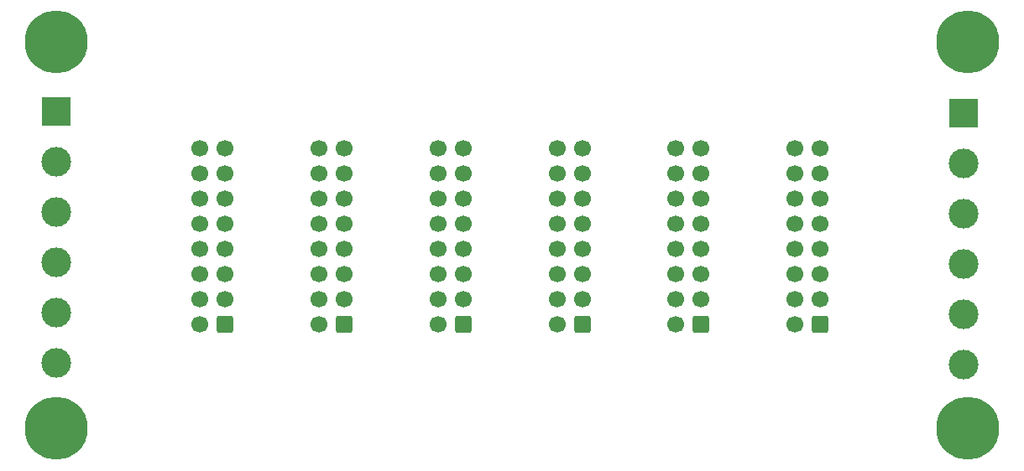
<source format=gts>
%TF.GenerationSoftware,KiCad,Pcbnew,(7.0.0)*%
%TF.CreationDate,2023-02-19T17:39:00-05:00*%
%TF.ProjectId,ER-PWR-01,45522d50-5752-42d3-9031-2e6b69636164,rev?*%
%TF.SameCoordinates,Original*%
%TF.FileFunction,Soldermask,Top*%
%TF.FilePolarity,Negative*%
%FSLAX46Y46*%
G04 Gerber Fmt 4.6, Leading zero omitted, Abs format (unit mm)*
G04 Created by KiCad (PCBNEW (7.0.0)) date 2023-02-19 17:39:00*
%MOMM*%
%LPD*%
G01*
G04 APERTURE LIST*
G04 Aperture macros list*
%AMRoundRect*
0 Rectangle with rounded corners*
0 $1 Rounding radius*
0 $2 $3 $4 $5 $6 $7 $8 $9 X,Y pos of 4 corners*
0 Add a 4 corners polygon primitive as box body*
4,1,4,$2,$3,$4,$5,$6,$7,$8,$9,$2,$3,0*
0 Add four circle primitives for the rounded corners*
1,1,$1+$1,$2,$3*
1,1,$1+$1,$4,$5*
1,1,$1+$1,$6,$7*
1,1,$1+$1,$8,$9*
0 Add four rect primitives between the rounded corners*
20,1,$1+$1,$2,$3,$4,$5,0*
20,1,$1+$1,$4,$5,$6,$7,0*
20,1,$1+$1,$6,$7,$8,$9,0*
20,1,$1+$1,$8,$9,$2,$3,0*%
G04 Aperture macros list end*
%ADD10C,6.350000*%
%ADD11RoundRect,0.250000X0.600000X0.600000X-0.600000X0.600000X-0.600000X-0.600000X0.600000X-0.600000X0*%
%ADD12C,1.700000*%
%ADD13R,3.000000X3.000000*%
%ADD14C,3.000000*%
G04 APERTURE END LIST*
D10*
%TO.C,MTG1*%
X94000000Y-83000000D03*
%TD*%
D11*
%TO.C,J7*%
X171094400Y-72491600D03*
D12*
X168554400Y-72491600D03*
X171094400Y-69951600D03*
X168554400Y-69951600D03*
X171094400Y-67411600D03*
X168554400Y-67411600D03*
X171094400Y-64871600D03*
X168554400Y-64871600D03*
X171094400Y-62331600D03*
X168554400Y-62331600D03*
X171094400Y-59791600D03*
X168554400Y-59791600D03*
X171094400Y-57251600D03*
X168554400Y-57251600D03*
X171094400Y-54711600D03*
X168554400Y-54711600D03*
%TD*%
D13*
%TO.C,J8*%
X185546999Y-51180999D03*
D14*
X185547000Y-56261000D03*
X185547000Y-61341000D03*
X185547000Y-66421000D03*
X185547000Y-71501000D03*
X185547000Y-76581000D03*
%TD*%
D11*
%TO.C,J2*%
X111094400Y-72491600D03*
D12*
X108554400Y-72491600D03*
X111094400Y-69951600D03*
X108554400Y-69951600D03*
X111094400Y-67411600D03*
X108554400Y-67411600D03*
X111094400Y-64871600D03*
X108554400Y-64871600D03*
X111094400Y-62331600D03*
X108554400Y-62331600D03*
X111094400Y-59791600D03*
X108554400Y-59791600D03*
X111094400Y-57251600D03*
X108554400Y-57251600D03*
X111094400Y-54711600D03*
X108554400Y-54711600D03*
%TD*%
D11*
%TO.C,J6*%
X159094400Y-72491600D03*
D12*
X156554400Y-72491600D03*
X159094400Y-69951600D03*
X156554400Y-69951600D03*
X159094400Y-67411600D03*
X156554400Y-67411600D03*
X159094400Y-64871600D03*
X156554400Y-64871600D03*
X159094400Y-62331600D03*
X156554400Y-62331600D03*
X159094400Y-59791600D03*
X156554400Y-59791600D03*
X159094400Y-57251600D03*
X156554400Y-57251600D03*
X159094400Y-54711600D03*
X156554400Y-54711600D03*
%TD*%
D11*
%TO.C,J5*%
X147094400Y-72491600D03*
D12*
X144554400Y-72491600D03*
X147094400Y-69951600D03*
X144554400Y-69951600D03*
X147094400Y-67411600D03*
X144554400Y-67411600D03*
X147094400Y-64871600D03*
X144554400Y-64871600D03*
X147094400Y-62331600D03*
X144554400Y-62331600D03*
X147094400Y-59791600D03*
X144554400Y-59791600D03*
X147094400Y-57251600D03*
X144554400Y-57251600D03*
X147094400Y-54711600D03*
X144554400Y-54711600D03*
%TD*%
D13*
%TO.C,J1*%
X93999989Y-50999999D03*
D14*
X93999990Y-56080000D03*
X93999990Y-61160000D03*
X93999990Y-66240000D03*
X93999990Y-71320000D03*
X93999990Y-76400000D03*
%TD*%
D10*
%TO.C,MTG3*%
X94000000Y-44000000D03*
%TD*%
D11*
%TO.C,J4*%
X135094400Y-72491600D03*
D12*
X132554400Y-72491600D03*
X135094400Y-69951600D03*
X132554400Y-69951600D03*
X135094400Y-67411600D03*
X132554400Y-67411600D03*
X135094400Y-64871600D03*
X132554400Y-64871600D03*
X135094400Y-62331600D03*
X132554400Y-62331600D03*
X135094400Y-59791600D03*
X132554400Y-59791600D03*
X135094400Y-57251600D03*
X132554400Y-57251600D03*
X135094400Y-54711600D03*
X132554400Y-54711600D03*
%TD*%
D11*
%TO.C,J3*%
X123094400Y-72491600D03*
D12*
X120554400Y-72491600D03*
X123094400Y-69951600D03*
X120554400Y-69951600D03*
X123094400Y-67411600D03*
X120554400Y-67411600D03*
X123094400Y-64871600D03*
X120554400Y-64871600D03*
X123094400Y-62331600D03*
X120554400Y-62331600D03*
X123094400Y-59791600D03*
X120554400Y-59791600D03*
X123094400Y-57251600D03*
X120554400Y-57251600D03*
X123094400Y-54711600D03*
X120554400Y-54711600D03*
%TD*%
D10*
%TO.C,MTG2*%
X186000000Y-83000000D03*
%TD*%
%TO.C,MTG4*%
X186000000Y-44000000D03*
%TD*%
M02*

</source>
